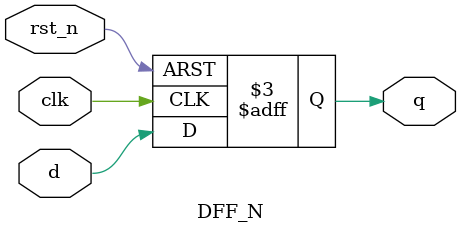
<source format=v>

`ifndef M_DFF
`define M_DFF

module DFF #(
    parameter RESET_VALUE = 0
)(
    input clk,
    input rst_n,
    input d,
    output reg q
);
    always @(posedge clk or negedge rst_n) begin
        if (~rst_n) q <= RESET_VALUE;
        else #1 q <= d;
    end 

endmodule

`endif


`ifndef m_DFF_N
`define m_DFF_N

module DFF_N #(
    parameter RESET_VALUE = 0
)(
    input clk,
    input rst_n,
    input d,
    output reg q
);
    always @(negedge clk or negedge rst_n) begin
        if (~rst_n) q <= RESET_VALUE;
        else #2 q <= d;
    end 

endmodule

`endif
</source>
